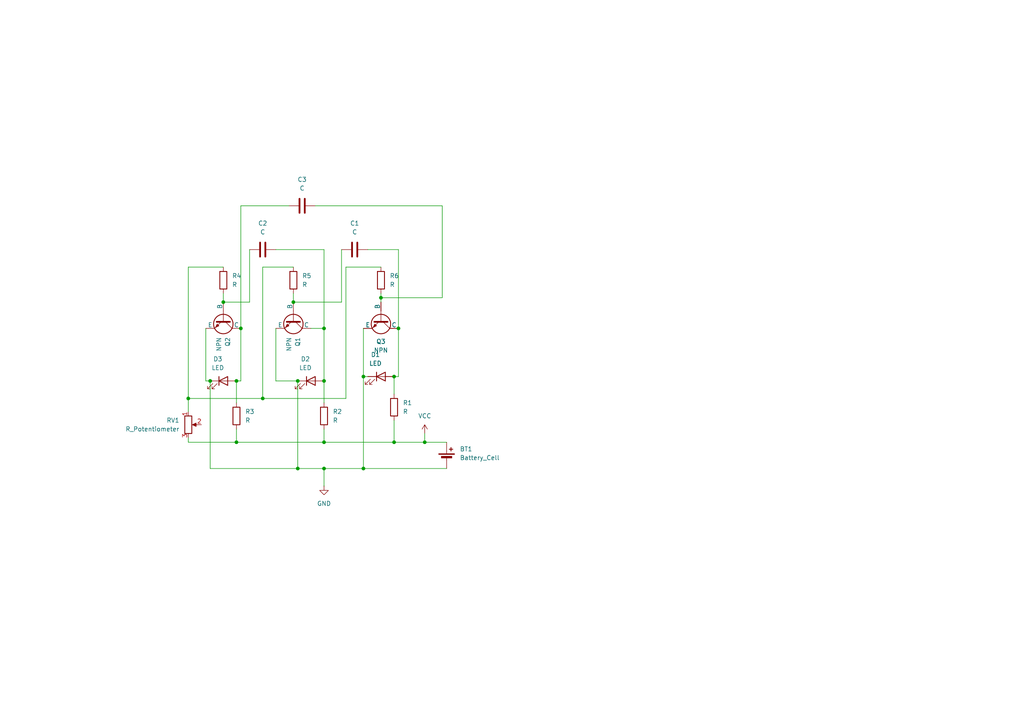
<source format=kicad_sch>
(kicad_sch (version 20250114) (generator "eeschema") (generator_version "9.0")
  (paper "A4")
  (lib_symbols
    (symbol "Device:Battery_Cell" (pin_numbers (hide yes)) (pin_names (offset 0) (hide yes))
      (property "Reference" "BT" (at 2.54 2.54 0))
      (property "Value" "Battery_Cell" (at 2.54 0 0))
      (symbol "Battery_Cell_0_1"
        (rectangle (start -2.286 1.778) (end 2.286 1.524) (fill (type outline)))
        (rectangle (start -1.524 1.016) (end 1.524 0.508) (fill (type outline)))
        (polyline (pts (xy 0 1.778) (xy 0 2.54)))
        (polyline (pts (xy 0 0.762) (xy 0 0)))
        (polyline (pts (xy 0.762 3.048) (xy 1.778 3.048)) (stroke (width 0.254)))
        (polyline (pts (xy 1.27 3.556) (xy 1.27 2.54)) (stroke (width 0.254)))
      )
      (symbol "Battery_Cell_1_1"
        (pin passive line (at 0 5.08 270) (length 2.54) (name "+") (number "1"))
        (pin passive line (at 0 -2.54 90) (length 2.54) (name "-") (number "2"))
      )
    )
    (symbol "Device:C" (pin_numbers (hide yes)) (pin_names (offset 0.254))
      (property "Reference" "C" (at 0.635 2.54 0))
      (property "Value" "C" (at 0.635 -2.54 0))
      (symbol "C_0_1"
        (polyline (pts (xy -2.032 0.762) (xy 2.032 0.762)) (stroke (width 0.508)))
        (polyline (pts (xy -2.032 -0.762) (xy 2.032 -0.762)) (stroke (width 0.508)))
      )
      (symbol "C_1_1"
        (pin passive line (at 0 3.81 270) (length 2.794) (name "~") (number "1"))
        (pin passive line (at 0 -3.81 90) (length 2.794) (name "~") (number "2"))
      )
    )
    (symbol "Device:LED" (pin_numbers (hide yes)) (pin_names (offset 1.016) (hide yes))
      (property "Reference" "D" (at 0 2.54 0))
      (property "Value" "LED" (at 0 -2.54 0))
      (symbol "LED_0_1"
        (polyline (pts (xy -3.048 -0.762) (xy -4.572 -2.286) (xy -3.81 -2.286) (xy -4.572 -2.286) (xy -4.572 -1.524)))
        (polyline (pts (xy -1.778 -0.762) (xy -3.302 -2.286) (xy -2.54 -2.286) (xy -3.302 -2.286) (xy -3.302 -1.524)))
        (polyline (pts (xy -1.27 0) (xy 1.27 0)))
        (polyline (pts (xy -1.27 -1.27) (xy -1.27 1.27)) (stroke (width 0.254)))
        (polyline (pts (xy 1.27 -1.27) (xy 1.27 1.27) (xy -1.27 0) (xy 1.27 -1.27)) (stroke (width 0.254)))
      )
      (symbol "LED_1_1"
        (pin passive line (at -3.81 0 0) (length 2.54) (name "K") (number "1"))
        (pin passive line (at 3.81 0 180) (length 2.54) (name "A") (number "2"))
      )
    )
    (symbol "Device:R" (pin_numbers (hide yes)) (pin_names (offset 0))
      (property "Reference" "R" (at 2.032 0 90))
      (property "Value" "R" (at 0 0 90))
      (symbol "R_0_1"
        (rectangle (start -1.016 -2.54) (end 1.016 2.54) (stroke (width 0.254)))
      )
      (symbol "R_1_1"
        (pin passive line (at 0 3.81 270) (length 1.27) (name "~") (number "1"))
        (pin passive line (at 0 -3.81 90) (length 1.27) (name "~") (number "2"))
      )
    )
    (symbol "Device:R_Potentiometer" (pin_names (offset 1.016) (hide yes))
      (property "Reference" "RV" (at -4.445 0 90))
      (property "Value" "R_Potentiometer" (at -2.54 0 90))
      (symbol "R_Potentiometer_0_1"
        (rectangle (start 1.016 2.54) (end -1.016 -2.54) (stroke (width 0.254)))
        (polyline (pts (xy 1.143 0) (xy 2.286 0.508) (xy 2.286 -0.508) (xy 1.143 0)) (fill (type outline)))
        (polyline (pts (xy 2.54 0) (xy 1.524 0)))
      )
      (symbol "R_Potentiometer_1_1"
        (pin passive line (at 0 3.81 270) (length 1.27) (name "1") (number "1"))
        (pin passive line (at 0 -3.81 90) (length 1.27) (name "3") (number "3"))
        (pin passive line (at 3.81 0 180) (length 1.27) (name "2") (number "2"))
      )
    )
    (symbol "Simulation_SPICE:NPN" (pin_numbers (hide yes)) (pin_names (offset 0))
      (property "Reference" "Q" (at -2.54 7.62 0))
      (property "Value" "NPN" (at -2.54 5.08 0))
      (symbol "NPN_0_1"
        (polyline (pts (xy -2.54 0) (xy 0.635 0)) (stroke (width 0.1524)))
        (polyline (pts (xy 0.635 1.905) (xy 0.635 -1.905) (xy 0.635 -1.905)) (stroke (width 0.508)))
        (polyline (pts (xy 0.635 0.635) (xy 2.54 2.54)))
        (polyline (pts (xy 0.635 -0.635) (xy 2.54 -2.54) (xy 2.54 -2.54)))
        (circle (center 1.27 0) (radius 2.8194) (stroke (width 0.254)))
        (polyline (pts (xy 1.27 -1.778) (xy 1.778 -1.27) (xy 2.286 -2.286) (xy 1.27 -1.778) (xy 1.27 -1.778)) (fill (type outline)))
        (polyline (pts (xy 2.794 -1.27) (xy 2.794 -1.27)) (stroke (width 0.1524)))
        (polyline (pts (xy 2.794 -1.27) (xy 2.794 -1.27)) (stroke (width 0.1524)))
      )
      (symbol "NPN_1_1"
        (pin input line (at -5.08 0 0) (length 2.54) (name "B") (number "2"))
        (pin open_collector line (at 2.54 5.08 270) (length 2.54) (name "C") (number "1"))
        (pin open_emitter line (at 2.54 -5.08 90) (length 2.54) (name "E") (number "3"))
      )
    )
    (symbol "power:GND" (power) (pin_numbers (hide yes)) (pin_names (offset 0) (hide yes))
      (property "Value" "GND" (at 0 -3.81 0))
      (symbol "GND_0_1"
        (polyline (pts (xy 0 0) (xy 0 -1.27) (xy 1.27 -1.27) (xy 0 -2.54) (xy -1.27 -1.27) (xy 0 -1.27)))
      )
      (symbol "GND_1_1"
        (pin power_in line (at 0 0 270) (length 0) (name "~") (number "1"))
      )
    )
    (symbol "power:VCC" (power) (pin_numbers (hide yes)) (pin_names (offset 0) (hide yes))
      (property "Value" "VCC" (at 0 3.556 0))
      (symbol "VCC_0_1"
        (polyline (pts (xy -0.762 1.27) (xy 0 2.54)))
        (polyline (pts (xy 0 2.54) (xy 0.762 1.27)))
        (polyline (pts (xy 0 0) (xy 0 2.54)))
      )
      (symbol "VCC_1_1"
        (pin power_in line (at 0 0 90) (length 0) (name "~") (number "1"))
      )
    )
  )
  (junction (at 86.36 110.49))
  (junction (at 123.19 128.27))
  (junction (at 105.41 109.22))
  (junction (at 60.96 110.49))
  (junction (at 68.58 110.49))
  (junction (at 54.61 115.57))
  (junction (at 115.57 95.25))
  (junction (at 114.3 128.27))
  (junction (at 105.41 135.89))
  (junction (at 114.3 109.22))
  (junction (at 86.36 135.89))
  (junction (at 76.2 115.57))
  (junction (at 85.09 87.63))
  (junction (at 93.98 110.49))
  (junction (at 110.49 86.36))
  (junction (at 93.98 135.89))
  (junction (at 93.98 95.25))
  (junction (at 64.77 87.63))
  (junction (at 68.58 128.27))
  (junction (at 93.98 128.27))
  (junction (at 69.85 95.25))
  (wire (pts (xy 68.58 110.49) (xy 69.85 110.49)))
  (wire (pts (xy 60.96 110.49) (xy 60.96 135.89)))
  (wire (pts (xy 72.39 72.39) (xy 72.39 87.63)))
  (wire (pts (xy 93.98 135.89) (xy 105.41 135.89)))
  (wire (pts (xy 86.36 135.89) (xy 93.98 135.89)))
  (wire (pts (xy 68.58 110.49) (xy 68.58 116.84)))
  (wire (pts (xy 76.2 115.57) (xy 100.33 115.57)))
  (wire (pts (xy 93.98 110.49) (xy 93.98 116.84)))
  (wire (pts (xy 69.85 110.49) (xy 69.85 95.25)))
  (wire (pts (xy 128.27 86.36) (xy 110.49 86.36)))
  (wire (pts (xy 93.98 95.25) (xy 93.98 72.39)))
  (wire (pts (xy 54.61 77.47) (xy 54.61 115.57)))
  (wire (pts (xy 54.61 128.27) (xy 54.61 127)))
  (wire (pts (xy 100.33 115.57) (xy 100.33 77.47)))
  (wire (pts (xy 110.49 85.09) (xy 110.49 86.36)))
  (wire (pts (xy 54.61 119.38) (xy 54.61 115.57)))
  (wire (pts (xy 76.2 77.47) (xy 85.09 77.47)))
  (wire (pts (xy 105.41 135.89) (xy 105.41 109.22)))
  (wire (pts (xy 115.57 72.39) (xy 106.68 72.39)))
  (wire (pts (xy 85.09 85.09) (xy 85.09 87.63)))
  (wire (pts (xy 105.41 109.22) (xy 106.68 109.22)))
  (wire (pts (xy 129.54 128.27) (xy 123.19 128.27)))
  (wire (pts (xy 115.57 109.22) (xy 115.57 95.25)))
  (wire (pts (xy 93.98 135.89) (xy 93.98 140.97)))
  (wire (pts (xy 54.61 77.47) (xy 64.77 77.47)))
  (wire (pts (xy 114.3 109.22) (xy 114.3 114.3)))
  (wire (pts (xy 72.39 87.63) (xy 64.77 87.63)))
  (wire (pts (xy 69.85 95.25) (xy 69.85 59.69)))
  (wire (pts (xy 68.58 124.46) (xy 68.58 128.27)))
  (wire (pts (xy 91.44 59.69) (xy 128.27 59.69)))
  (wire (pts (xy 105.41 95.25) (xy 105.41 109.22)))
  (wire (pts (xy 76.2 77.47) (xy 76.2 115.57)))
  (wire (pts (xy 54.61 115.57) (xy 76.2 115.57)))
  (wire (pts (xy 110.49 86.36) (xy 110.49 87.63)))
  (wire (pts (xy 105.41 135.89) (xy 129.54 135.89)))
  (wire (pts (xy 123.19 128.27) (xy 114.3 128.27)))
  (wire (pts (xy 80.01 95.25) (xy 80.01 110.49)))
  (wire (pts (xy 93.98 110.49) (xy 93.98 95.25)))
  (wire (pts (xy 99.06 87.63) (xy 85.09 87.63)))
  (wire (pts (xy 68.58 128.27) (xy 93.98 128.27)))
  (wire (pts (xy 68.58 128.27) (xy 54.61 128.27)))
  (wire (pts (xy 114.3 109.22) (xy 115.57 109.22)))
  (wire (pts (xy 86.36 110.49) (xy 86.36 135.89)))
  (wire (pts (xy 114.3 128.27) (xy 114.3 121.92)))
  (wire (pts (xy 100.33 77.47) (xy 110.49 77.47)))
  (wire (pts (xy 64.77 85.09) (xy 64.77 87.63)))
  (wire (pts (xy 59.69 95.25) (xy 59.69 110.49)))
  (wire (pts (xy 99.06 72.39) (xy 99.06 87.63)))
  (wire (pts (xy 93.98 72.39) (xy 80.01 72.39)))
  (wire (pts (xy 115.57 95.25) (xy 115.57 72.39)))
  (wire (pts (xy 128.27 59.69) (xy 128.27 86.36)))
  (wire (pts (xy 123.19 125.73) (xy 123.19 128.27)))
  (wire (pts (xy 80.01 110.49) (xy 86.36 110.49)))
  (wire (pts (xy 69.85 59.69) (xy 83.82 59.69)))
  (wire (pts (xy 93.98 128.27) (xy 114.3 128.27)))
  (wire (pts (xy 93.98 124.46) (xy 93.98 128.27)))
  (wire (pts (xy 93.98 95.25) (xy 90.17 95.25)))
  (wire (pts (xy 59.69 110.49) (xy 60.96 110.49)))
  (wire (pts (xy 60.96 135.89) (xy 86.36 135.89)))
  (symbol (lib_id "Device:C") (at 87.63 59.69 270) (unit 1)
    (property "Reference" "C3" (at 87.63 52.07 90))
    (property "Value" "C" (at 87.63 54.61 90))
    (property "Footprint" "Capacitor_THT:CP_Radial_D8.0mm_P5.00mm" (effects (hide yes)))
    (property "Description" "Unpolarized capacitor" (effects (hide yes)))
  )
  (symbol (lib_id "Simulation_SPICE:NPN") (at 110.49 92.71 270) (unit 1)
    (property "Reference" "Q3" (at 110.49 99.06 90))
    (property "Value" "NPN" (at 110.49 101.6 90))
    (property "Footprint" "Package_TO_SOT_THT:TO-92L_HandSolder" (effects (hide yes)))
    (property "Datasheet" "https://ngspice.sourceforge.io/docs/ngspice-html-manual/manual.xhtml#cha_BJTs" (effects (hide yes)))
    (property "Description" "Bipolar transistor symbol for simulation only, substrate tied to the emitter" (effects (hide yes)))
    (property "Sim.Device" "NPN" (effects (hide yes)))
    (property "Sim.Type" "GUMMELPOON" (effects (hide yes)))
    (property "Sim.Pins" "1=C 2=B 3=E" (effects (hide yes)))
  )
  (symbol (lib_id "Device:C") (at 76.2 72.39 90) (unit 1)
    (property "Reference" "C2" (at 76.2 64.77 90))
    (property "Value" "C" (at 76.2 67.31 90))
    (property "Footprint" "Capacitor_THT:CP_Radial_D8.0mm_P5.00mm" (effects (hide yes)))
    (property "Description" "Unpolarized capacitor" (effects (hide yes)))
  )
  (symbol (lib_id "power:VCC") (at 123.19 125.73 0) (unit 1)
    (property "Reference" "#PWR02" (effects (hide yes)))
    (property "Value" "VCC" (at 123.19 120.65 0))
    (property "Description" "Power symbol creates a global label with name \"VCC\"" (effects (hide yes)))
  )
  (symbol (lib_id "Device:R") (at 114.3 118.11 0) (unit 1)
    (property "Reference" "R1" (at 116.84 116.8399 0) (effects (justify left)))
    (property "Value" "R" (at 116.84 119.3799 0) (effects (justify left)))
    (property "Footprint" "Resistor_THT:R_Axial_DIN0207_L6.3mm_D2.5mm_P7.62mm_Horizontal" (effects (hide yes)))
    (property "Description" "Resistor" (effects (hide yes)))
  )
  (symbol (lib_id "Simulation_SPICE:NPN") (at 64.77 92.71 270) (unit 1)
    (property "Reference" "Q2" (at 66.0401 97.79 0) (effects (justify left)))
    (property "Value" "NPN" (at 63.5001 97.79 0) (effects (justify left)))
    (property "Footprint" "Package_TO_SOT_THT:TO-92L_HandSolder" (effects (hide yes)))
    (property "Datasheet" "https://ngspice.sourceforge.io/docs/ngspice-html-manual/manual.xhtml#cha_BJTs" (effects (hide yes)))
    (property "Description" "Bipolar transistor symbol for simulation only, substrate tied to the emitter" (effects (hide yes)))
    (property "Sim.Device" "NPN" (effects (hide yes)))
    (property "Sim.Type" "GUMMELPOON" (effects (hide yes)))
    (property "Sim.Pins" "1=C 2=B 3=E" (effects (hide yes)))
  )
  (symbol (lib_id "Device:LED") (at 64.77 110.49 0) (unit 1)
    (property "Reference" "D3" (at 63.1825 104.14 0))
    (property "Value" "LED" (at 63.1825 106.68 0))
    (property "Footprint" "LED_THT:LED_D5.0mm" (effects (hide yes)))
    (property "Description" "Light emitting diode" (effects (hide yes)))
    (property "Sim.Pins" "1=K 2=A" (effects (hide yes)))
  )
  (symbol (lib_id "Device:R") (at 85.09 81.28 0) (unit 1)
    (property "Reference" "R5" (at 87.63 80.0099 0) (effects (justify left)))
    (property "Value" "R" (at 87.63 82.5499 0) (effects (justify left)))
    (property "Footprint" "Resistor_THT:R_Axial_DIN0207_L6.3mm_D2.5mm_P7.62mm_Horizontal" (effects (hide yes)))
    (property "Description" "Resistor" (effects (hide yes)))
  )
  (symbol (lib_id "Device:LED") (at 90.17 110.49 0) (unit 1)
    (property "Reference" "D2" (at 88.5825 104.14 0))
    (property "Value" "LED" (at 88.5825 106.68 0))
    (property "Footprint" "LED_THT:LED_D5.0mm" (effects (hide yes)))
    (property "Description" "Light emitting diode" (effects (hide yes)))
    (property "Sim.Pins" "1=K 2=A" (effects (hide yes)))
  )
  (symbol (lib_id "Device:R") (at 68.58 120.65 0) (unit 1)
    (property "Reference" "R3" (at 71.12 119.3799 0) (effects (justify left)))
    (property "Value" "R" (at 71.12 121.9199 0) (effects (justify left)))
    (property "Footprint" "Resistor_THT:R_Axial_DIN0207_L6.3mm_D2.5mm_P7.62mm_Horizontal" (effects (hide yes)))
    (property "Description" "Resistor" (effects (hide yes)))
  )
  (symbol (lib_id "Device:R") (at 93.98 120.65 0) (unit 1)
    (property "Reference" "R2" (at 96.52 119.3799 0) (effects (justify left)))
    (property "Value" "R" (at 96.52 121.9199 0) (effects (justify left)))
    (property "Footprint" "Resistor_THT:R_Axial_DIN0207_L6.3mm_D2.5mm_P7.62mm_Horizontal" (effects (hide yes)))
    (property "Description" "Resistor" (effects (hide yes)))
  )
  (symbol (lib_id "power:GND") (at 93.98 140.97 0) (unit 1)
    (property "Reference" "#PWR01" (effects (hide yes)))
    (property "Value" "GND" (at 93.98 146.05 0))
    (property "Description" "Power symbol creates a global label with name \"GND\" , ground" (effects (hide yes)))
  )
  (symbol (lib_id "Simulation_SPICE:NPN") (at 85.09 92.71 270) (unit 1)
    (property "Reference" "Q1" (at 86.3601 97.79 0) (effects (justify left)))
    (property "Value" "NPN" (at 83.8201 97.79 0) (effects (justify left)))
    (property "Footprint" "Package_TO_SOT_THT:TO-92L_HandSolder" (effects (hide yes)))
    (property "Datasheet" "https://ngspice.sourceforge.io/docs/ngspice-html-manual/manual.xhtml#cha_BJTs" (effects (hide yes)))
    (property "Description" "Bipolar transistor symbol for simulation only, substrate tied to the emitter" (effects (hide yes)))
    (property "Sim.Device" "NPN" (effects (hide yes)))
    (property "Sim.Type" "GUMMELPOON" (effects (hide yes)))
    (property "Sim.Pins" "1=C 2=B 3=E" (effects (hide yes)))
  )
  (symbol (lib_id "Device:R_Potentiometer") (at 54.61 123.19 0) (unit 1)
    (property "Reference" "RV1" (at 52.07 121.9199 0) (effects (justify right)))
    (property "Value" "R_Potentiometer" (at 52.07 124.4599 0) (effects (justify right)))
    (property "Footprint" "Potentiometer_THT:Potentiometer_Vishay_T73YP_Vertical" (effects (hide yes)))
    (property "Description" "Potentiometer" (effects (hide yes)))
  )
  (symbol (lib_id "Device:Battery_Cell") (at 129.54 133.35 0) (unit 1)
    (property "Reference" "BT1" (at 133.35 130.2384 0) (effects (justify left)))
    (property "Value" "Battery_Cell" (at 133.35 132.7784 0) (effects (justify left)))
    (property "Footprint" "Battery:BatteryHolder_Keystone_3034_1x20mm" (effects (hide yes)))
    (property "Description" "Single-cell battery" (effects (hide yes)))
  )
  (symbol (lib_id "Device:R") (at 110.49 81.28 0) (unit 1)
    (property "Reference" "R6" (at 113.03 80.0099 0) (effects (justify left)))
    (property "Value" "R" (at 113.03 82.5499 0) (effects (justify left)))
    (property "Footprint" "Resistor_THT:R_Axial_DIN0207_L6.3mm_D2.5mm_P7.62mm_Horizontal" (effects (hide yes)))
    (property "Description" "Resistor" (effects (hide yes)))
  )
  (symbol (lib_id "Device:C") (at 102.87 72.39 270) (unit 1)
    (property "Reference" "C1" (at 102.87 64.77 90))
    (property "Value" "C" (at 102.87 67.31 90))
    (property "Footprint" "Capacitor_THT:CP_Radial_D8.0mm_P5.00mm" (effects (hide yes)))
    (property "Description" "Unpolarized capacitor" (effects (hide yes)))
  )
  (symbol (lib_id "Device:LED") (at 110.49 109.22 0) (unit 1)
    (property "Reference" "D1" (at 108.9025 102.87 0))
    (property "Value" "LED" (at 108.9025 105.41 0))
    (property "Footprint" "LED_THT:LED_D5.0mm" (effects (hide yes)))
    (property "Description" "Light emitting diode" (effects (hide yes)))
    (property "Sim.Pins" "1=K 2=A" (effects (hide yes)))
  )
  (symbol (lib_id "Device:R") (at 64.77 81.28 0) (unit 1)
    (property "Reference" "R4" (at 67.31 80.0099 0) (effects (justify left)))
    (property "Value" "R" (at 67.31 82.5499 0) (effects (justify left)))
    (property "Footprint" "Resistor_THT:R_Axial_DIN0207_L6.3mm_D2.5mm_P7.62mm_Horizontal" (effects (hide yes)))
    (property "Description" "Resistor" (effects (hide yes)))
  )
)
</source>
